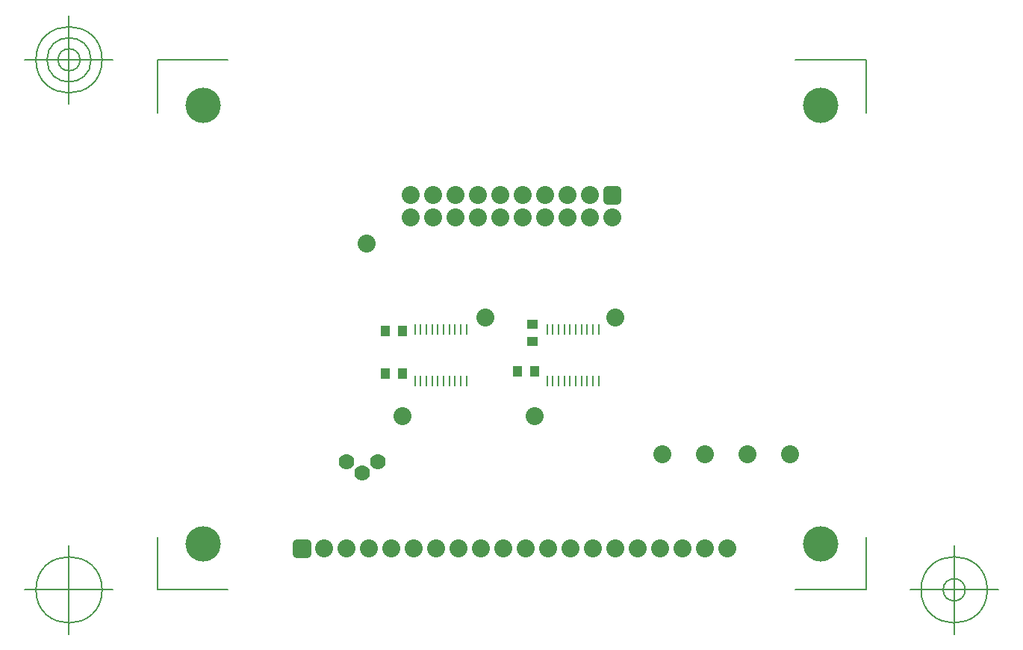
<source format=gbr>
G04 Generated by Ultiboard 13.0 *
%FSLAX25Y25*%
%MOIN*%

%ADD10C,0.00001*%
%ADD11C,0.00500*%
%ADD12C,0.08000*%
%ADD13R,0.00984X0.04724*%
%ADD14C,0.15748*%
%ADD15R,0.04000X0.05000*%
%ADD16R,0.05000X0.04000*%
%ADD17C,0.07000*%
%ADD18R,0.04083X0.04083*%
%ADD19C,0.03917*%
%ADD20R,0.04500X0.04500*%
%ADD21C,0.03500*%


G04 ColorRGB 9900CC for the following layer *
%LNSolder Mask Bottom*%
%LPD*%
G54D10*
G54D11*
X-10557Y-8589D02*
X-10557Y15058D01*
X-10557Y-8589D02*
X21082Y-8589D01*
X305833Y-8589D02*
X274194Y-8589D01*
X305833Y-8589D02*
X305833Y15058D01*
X305833Y227880D02*
X305833Y204233D01*
X305833Y227880D02*
X274194Y227880D01*
X-10557Y227880D02*
X21082Y227880D01*
X-10557Y227880D02*
X-10557Y204233D01*
X-30243Y-8589D02*
X-69613Y-8589D01*
X-49928Y-28274D02*
X-49928Y11096D01*
X-64691Y-8589D02*
G75*
D01*
G02X-64691Y-8589I14763J0*
G01*
X325518Y-8589D02*
X364888Y-8589D01*
X345203Y-28274D02*
X345203Y11096D01*
X330439Y-8589D02*
G75*
D01*
G02X330439Y-8589I14764J0*
G01*
X340282Y-8589D02*
G75*
D01*
G02X340282Y-8589I4921J0*
G01*
X-30243Y227880D02*
X-69613Y227880D01*
X-49928Y208195D02*
X-49928Y247565D01*
X-64691Y227880D02*
G75*
D01*
G02X-64691Y227880I14763J0*
G01*
X-59770Y227880D02*
G75*
D01*
G02X-59770Y227880I9842J0*
G01*
X-54849Y227880D02*
G75*
D01*
G02X-54849Y227880I4921J0*
G01*
G54D12*
X99000Y69000D03*
X158000Y69000D03*
X136000Y113000D03*
X194000Y113000D03*
X215000Y52000D03*
X234000Y52000D03*
X253000Y52000D03*
X272000Y52000D03*
X132631Y157435D03*
X142631Y157435D03*
X152631Y157435D03*
X162631Y157435D03*
X172631Y157435D03*
X182631Y157435D03*
X192631Y157435D03*
X112631Y157435D03*
X162631Y167435D03*
X172631Y167435D03*
X182631Y167435D03*
X142631Y167435D03*
X152631Y167435D03*
X132631Y167435D03*
X112631Y167435D03*
X122631Y167435D03*
X102631Y167435D03*
X122631Y157435D03*
X102631Y157435D03*
X133937Y9843D03*
X143937Y9843D03*
X153937Y9843D03*
X163937Y9843D03*
X173937Y9843D03*
X183937Y9843D03*
X193937Y9843D03*
X203937Y9843D03*
X213937Y9843D03*
X223937Y9843D03*
X233937Y9843D03*
X243937Y9843D03*
X63937Y9843D03*
X123937Y9843D03*
X93937Y9843D03*
X73937Y9843D03*
X83937Y9843D03*
X113937Y9843D03*
X103937Y9843D03*
X83000Y146000D03*
G54D13*
X163484Y84583D03*
X166043Y84583D03*
X168602Y84583D03*
X171161Y84583D03*
X173720Y84583D03*
X176280Y84583D03*
X178839Y84583D03*
X181398Y84583D03*
X183957Y84583D03*
X186516Y84583D03*
X163484Y107417D03*
X166043Y107417D03*
X171161Y107417D03*
X168602Y107417D03*
X173720Y107417D03*
X178839Y107417D03*
X181398Y107417D03*
X176280Y107417D03*
X186516Y107417D03*
X183957Y107417D03*
X104484Y84583D03*
X107043Y84583D03*
X109602Y84583D03*
X112161Y84583D03*
X114720Y84583D03*
X117280Y84583D03*
X119839Y84583D03*
X122398Y84583D03*
X124957Y84583D03*
X127516Y84583D03*
X109602Y107417D03*
X104484Y107417D03*
X107043Y107417D03*
X117280Y107417D03*
X112161Y107417D03*
X114720Y107417D03*
X124957Y107417D03*
X119839Y107417D03*
X122398Y107417D03*
X127516Y107417D03*
G54D14*
X9843Y207480D03*
X285433Y207480D03*
X9843Y11811D03*
X285433Y11811D03*
G54D15*
X150100Y89000D03*
X157800Y89000D03*
X91200Y88000D03*
X98900Y88000D03*
X91100Y107000D03*
X98800Y107000D03*
G54D16*
X157000Y102100D03*
X157000Y109800D03*
G54D17*
X81000Y43441D03*
X73913Y48559D03*
X88087Y48559D03*
G54D18*
X192631Y167435D03*
G54D19*
X190590Y165394D02*
X194672Y165394D01*
X194672Y169476D01*
X190590Y169476D01*
X190590Y165394D01*D02*
G54D20*
X53937Y9843D03*
G54D21*
X51687Y7593D02*
X56187Y7593D01*
X56187Y12093D01*
X51687Y12093D01*
X51687Y7593D01*D02*

M02*

</source>
